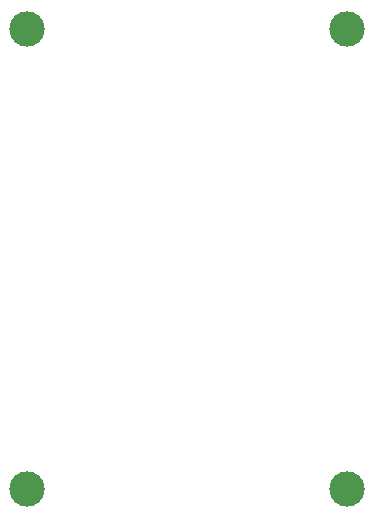
<source format=gtl>
G04 Layer: TopLayer*
G04 Panelize: , Column: 2, Row: 2, Board Size: 38.1mm x 48.26mm, Panelized Board Size: 78.2mm x 98.52mm*
G04 EasyEDA v6.5.32, 2023-07-25 14:04:49*
G04 26ee29f00f8346e4b9e91c05231c83e7,5a6b42c53f6a479593ecc07194224c93,10*
G04 Gerber Generator version 0.2*
G04 Scale: 100 percent, Rotated: No, Reflected: No *
G04 Dimensions in millimeters *
G04 leading zeros omitted , absolute positions ,4 integer and 5 decimal *
%FSLAX45Y45*%
%MOMM*%

%ADD10C,3.0000*%

%LPD*%
D10*
G01*
X543991Y1663700D03*
G01*
X3258997Y5553684D03*
G01*
X3258997Y1663700D03*
G01*
X543991Y5553684D03*
M02*

</source>
